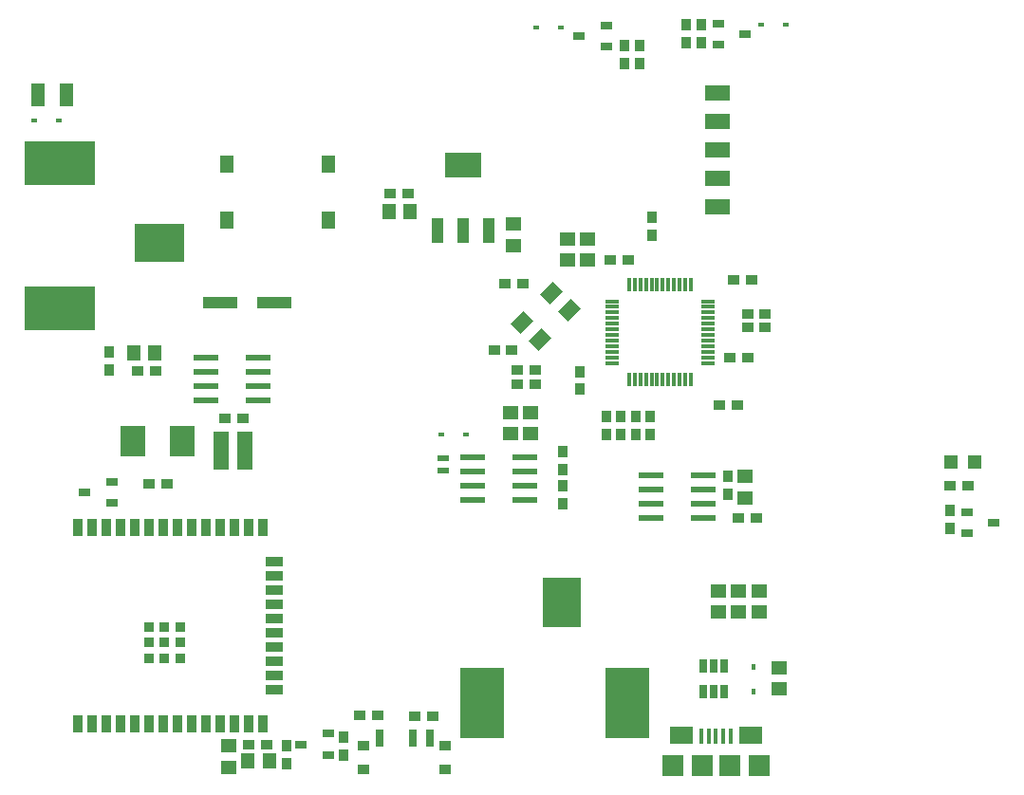
<source format=gtp>
G04*
G04 #@! TF.GenerationSoftware,Altium Limited,Altium Designer,20.0.10 (225)*
G04*
G04 Layer_Color=8421504*
%FSLAX25Y25*%
%MOIN*%
G70*
G01*
G75*
%ADD20R,0.04924X0.04924*%
%ADD21R,0.04000X0.03300*%
%ADD22R,0.03300X0.04000*%
%ADD23R,0.04137X0.02956*%
%ADD24R,0.03940X0.08665*%
%ADD25R,0.12995X0.08665*%
%ADD26R,0.04700X0.05200*%
%ADD27R,0.01972X0.01578*%
%ADD28R,0.04137X0.02169*%
%ADD29R,0.09058X0.02169*%
%ADD30R,0.05200X0.04700*%
%ADD31R,0.01381X0.04924*%
%ADD32R,0.04924X0.01381*%
%ADD33R,0.09019X0.05751*%
%ADD34R,0.04531X0.08074*%
%ADD35R,0.04924X0.06184*%
%ADD36R,0.12011X0.04137*%
%ADD37R,0.24610X0.15554*%
%ADD38R,0.17523X0.13192*%
%ADD39R,0.05318X0.13586*%
%ADD40R,0.08700X0.10999*%
%ADD41R,0.03743X0.03743*%
%ADD42R,0.03743X0.03743*%
%ADD43R,0.03743X0.06106*%
%ADD44R,0.06106X0.03743*%
%ADD45R,0.02956X0.06106*%
%ADD46R,0.04137X0.03350*%
%ADD47R,0.02956X0.06106*%
%ADD48R,0.15554X0.24610*%
%ADD49R,0.13192X0.17523*%
%ADD50R,0.07680X0.07680*%
%ADD51R,0.07680X0.07680*%
%ADD52R,0.01775X0.05515*%
%ADD53R,0.08468X0.06499*%
%ADD54R,0.02562X0.04924*%
%ADD55R,0.01578X0.01972*%
G04:AMPARAMS|DCode=56|XSize=51.21mil|YSize=64.99mil|CornerRadius=0mil|HoleSize=0mil|Usage=FLASHONLY|Rotation=315.000|XOffset=0mil|YOffset=0mil|HoleType=Round|Shape=Rectangle|*
%AMROTATEDRECTD56*
4,1,4,-0.04109,-0.00487,0.00487,0.04109,0.04109,0.00487,-0.00487,-0.04109,-0.04109,-0.00487,0.0*
%
%ADD56ROTATEDRECTD56*%

D20*
X350197Y114173D02*
D03*
X341929D02*
D03*
D21*
X341732Y105905D02*
D03*
X348032D02*
D03*
X145125Y208398D02*
D03*
X151425D02*
D03*
X56461Y146063D02*
D03*
X62761D02*
D03*
X93308Y129528D02*
D03*
X87007D02*
D03*
X66680Y106520D02*
D03*
X60380D02*
D03*
X101575Y14961D02*
D03*
X95275D02*
D03*
X140552Y25197D02*
D03*
X134252D02*
D03*
X159843Y24803D02*
D03*
X153543D02*
D03*
X267330Y94570D02*
D03*
X273630D02*
D03*
X181495Y153543D02*
D03*
X187795D02*
D03*
X189604Y146634D02*
D03*
X195905D02*
D03*
X189541Y141555D02*
D03*
X195842D02*
D03*
X191732Y176772D02*
D03*
X185432D02*
D03*
X266850Y134080D02*
D03*
X260550D02*
D03*
X264173Y150787D02*
D03*
X270473D02*
D03*
X270472Y161417D02*
D03*
X276772D02*
D03*
X270472Y166142D02*
D03*
X276772D02*
D03*
X271890Y178310D02*
D03*
X265590D02*
D03*
X228550Y185100D02*
D03*
X222250D02*
D03*
D22*
X341732Y90841D02*
D03*
Y97141D02*
D03*
X205581Y99606D02*
D03*
Y105906D02*
D03*
Y111417D02*
D03*
Y117717D02*
D03*
X254331Y261417D02*
D03*
Y267717D02*
D03*
X248819Y261417D02*
D03*
Y267717D02*
D03*
X232673Y260585D02*
D03*
Y254285D02*
D03*
X227161Y260585D02*
D03*
Y254285D02*
D03*
X46457Y152756D02*
D03*
Y146456D02*
D03*
X128740Y17367D02*
D03*
Y11067D02*
D03*
X108661Y8267D02*
D03*
Y14567D02*
D03*
X263568Y102926D02*
D03*
Y109226D02*
D03*
X211520Y139690D02*
D03*
Y145990D02*
D03*
X220944Y130231D02*
D03*
Y123931D02*
D03*
X226062Y130231D02*
D03*
Y123931D02*
D03*
X231180Y130231D02*
D03*
Y123931D02*
D03*
X236298Y130231D02*
D03*
Y123931D02*
D03*
X236810Y200260D02*
D03*
Y193960D02*
D03*
D23*
X347638Y96653D02*
D03*
Y89173D02*
D03*
X357087Y92913D02*
D03*
X260236Y268307D02*
D03*
Y260827D02*
D03*
X269685Y264567D02*
D03*
X220866Y260039D02*
D03*
Y267520D02*
D03*
X211417Y263779D02*
D03*
X47244Y99803D02*
D03*
Y107283D02*
D03*
X37795Y103543D02*
D03*
X113779Y15005D02*
D03*
X123228Y18745D02*
D03*
Y11265D02*
D03*
D24*
X170610Y195669D02*
D03*
X179665D02*
D03*
X161555D02*
D03*
D25*
X170610Y218504D02*
D03*
D26*
X152025Y202098D02*
D03*
X144525D02*
D03*
X62411Y152362D02*
D03*
X54911D02*
D03*
X95069Y9055D02*
D03*
X102569D02*
D03*
D27*
X171752Y124016D02*
D03*
X162894D02*
D03*
X275197Y267717D02*
D03*
X284055D02*
D03*
X205118Y266929D02*
D03*
X196260D02*
D03*
X19927Y234203D02*
D03*
X28785D02*
D03*
D28*
X163510Y111115D02*
D03*
Y115445D02*
D03*
D29*
X173917Y115768D02*
D03*
Y110768D02*
D03*
Y105768D02*
D03*
Y100768D02*
D03*
X192224D02*
D03*
Y105768D02*
D03*
Y110768D02*
D03*
Y115748D02*
D03*
X98524Y135807D02*
D03*
Y140807D02*
D03*
Y145807D02*
D03*
Y150807D02*
D03*
X80216D02*
D03*
Y145807D02*
D03*
Y140807D02*
D03*
Y135827D02*
D03*
X236698Y109639D02*
D03*
Y104639D02*
D03*
Y99639D02*
D03*
Y94639D02*
D03*
X255005D02*
D03*
Y99639D02*
D03*
Y104639D02*
D03*
Y109619D02*
D03*
D30*
X187155Y124108D02*
D03*
Y131608D02*
D03*
X194242Y124108D02*
D03*
Y131608D02*
D03*
X88189Y6880D02*
D03*
Y14380D02*
D03*
X281670Y41860D02*
D03*
Y34360D02*
D03*
X274530Y61437D02*
D03*
Y68937D02*
D03*
X267444Y61437D02*
D03*
Y68937D02*
D03*
X260357Y61437D02*
D03*
Y68937D02*
D03*
X269473Y109038D02*
D03*
Y101538D02*
D03*
X188200Y197800D02*
D03*
Y190300D02*
D03*
X207261Y192600D02*
D03*
Y185100D02*
D03*
X214400Y192600D02*
D03*
Y185100D02*
D03*
D31*
X228937Y176575D02*
D03*
X230906D02*
D03*
X232874D02*
D03*
X234842D02*
D03*
X236811D02*
D03*
X238779D02*
D03*
X240748D02*
D03*
X242717D02*
D03*
X244685D02*
D03*
X246654D02*
D03*
X248622D02*
D03*
X250590D02*
D03*
X250590Y143110D02*
D03*
X248622D02*
D03*
X246654D02*
D03*
X244685D02*
D03*
X242717D02*
D03*
X240748D02*
D03*
X238779D02*
D03*
X236811D02*
D03*
X234842D02*
D03*
X232874D02*
D03*
X230906D02*
D03*
X228937D02*
D03*
D32*
X223031Y149016D02*
D03*
Y150984D02*
D03*
Y152953D02*
D03*
Y154921D02*
D03*
Y156890D02*
D03*
Y158858D02*
D03*
Y160827D02*
D03*
Y162795D02*
D03*
Y164764D02*
D03*
Y166732D02*
D03*
Y168701D02*
D03*
Y170669D02*
D03*
X256496Y149016D02*
D03*
Y150984D02*
D03*
Y152953D02*
D03*
Y154921D02*
D03*
Y156890D02*
D03*
Y158858D02*
D03*
Y160827D02*
D03*
Y162795D02*
D03*
Y164764D02*
D03*
Y166732D02*
D03*
Y168701D02*
D03*
Y170669D02*
D03*
D33*
X259842Y244016D02*
D03*
Y234016D02*
D03*
Y224016D02*
D03*
Y214016D02*
D03*
Y204016D02*
D03*
D34*
X31442Y243258D02*
D03*
X21206D02*
D03*
D35*
X123327Y199213D02*
D03*
X123366Y218898D02*
D03*
X87657Y199213D02*
D03*
X87697Y218898D02*
D03*
D36*
X85433Y170079D02*
D03*
X104331D02*
D03*
D37*
X28839Y219094D02*
D03*
Y168307D02*
D03*
D38*
X64075Y191142D02*
D03*
D39*
X93898Y118110D02*
D03*
X85630D02*
D03*
D40*
X72087Y121653D02*
D03*
X54685D02*
D03*
D41*
X71260Y56299D02*
D03*
X60236Y45276D02*
D03*
X65713D02*
D03*
X65784Y56299D02*
D03*
D42*
X71260Y45276D02*
D03*
X65748Y50787D02*
D03*
D03*
D03*
D03*
X60236Y50823D02*
D03*
X71260Y50752D02*
D03*
X60236Y56299D02*
D03*
D43*
X35354Y91142D02*
D03*
X40354D02*
D03*
X45354D02*
D03*
X50354D02*
D03*
X55354D02*
D03*
X60354D02*
D03*
X65354D02*
D03*
X70354D02*
D03*
X75354D02*
D03*
X80354D02*
D03*
X85354D02*
D03*
X90354D02*
D03*
X95354D02*
D03*
X100354D02*
D03*
D03*
Y22244D02*
D03*
D03*
D03*
X95354D02*
D03*
X90354D02*
D03*
X85354D02*
D03*
X80354D02*
D03*
X75354D02*
D03*
X70354D02*
D03*
X65354D02*
D03*
X60354D02*
D03*
X55354D02*
D03*
X50354D02*
D03*
X45354D02*
D03*
X40354D02*
D03*
X35354D02*
D03*
D44*
X104291Y79193D02*
D03*
Y74193D02*
D03*
Y69193D02*
D03*
Y64193D02*
D03*
Y59193D02*
D03*
Y54193D02*
D03*
Y49193D02*
D03*
Y44193D02*
D03*
Y39193D02*
D03*
Y34193D02*
D03*
D03*
D45*
X152953Y17323D02*
D03*
X141142D02*
D03*
D46*
X164370Y6299D02*
D03*
X135630D02*
D03*
X164370Y14567D02*
D03*
X135630D02*
D03*
D47*
X158858Y17323D02*
D03*
D48*
X177362Y29528D02*
D03*
X228150D02*
D03*
D49*
X205315Y64764D02*
D03*
D50*
X264173Y7677D02*
D03*
X274606D02*
D03*
D51*
X254724D02*
D03*
X244291D02*
D03*
D52*
X254331Y17815D02*
D03*
X256890D02*
D03*
X259449D02*
D03*
X262008D02*
D03*
X264567D02*
D03*
D53*
X247244Y18307D02*
D03*
X271654D02*
D03*
D54*
X254940Y42558D02*
D03*
X258680D02*
D03*
X262420D02*
D03*
Y33502D02*
D03*
X258680D02*
D03*
X254940D02*
D03*
D55*
X272620Y33461D02*
D03*
Y42319D02*
D03*
D56*
X201694Y173567D02*
D03*
X207819Y167442D02*
D03*
X197518Y157142D02*
D03*
X191394Y163266D02*
D03*
M02*

</source>
